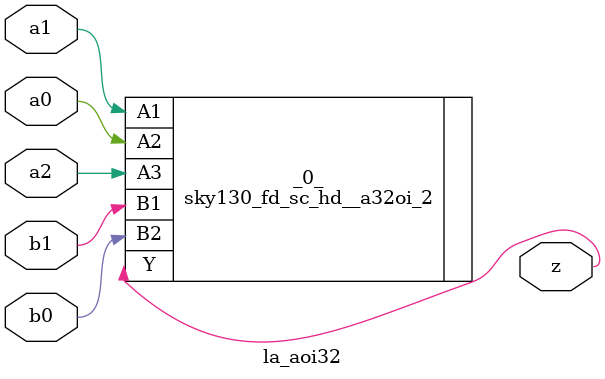
<source format=v>

module la_aoi32(a0, a1, a2, b0, b1, z);
  input a0;
  input a1;
  input a2;
  input b0;
  input b1;
  output z;
  sky130_fd_sc_hd__a32oi_2 _0_ (
    .A1(a1),
    .A2(a0),
    .A3(a2),
    .B1(b1),
    .B2(b0),
    .Y(z)
  );
endmodule

</source>
